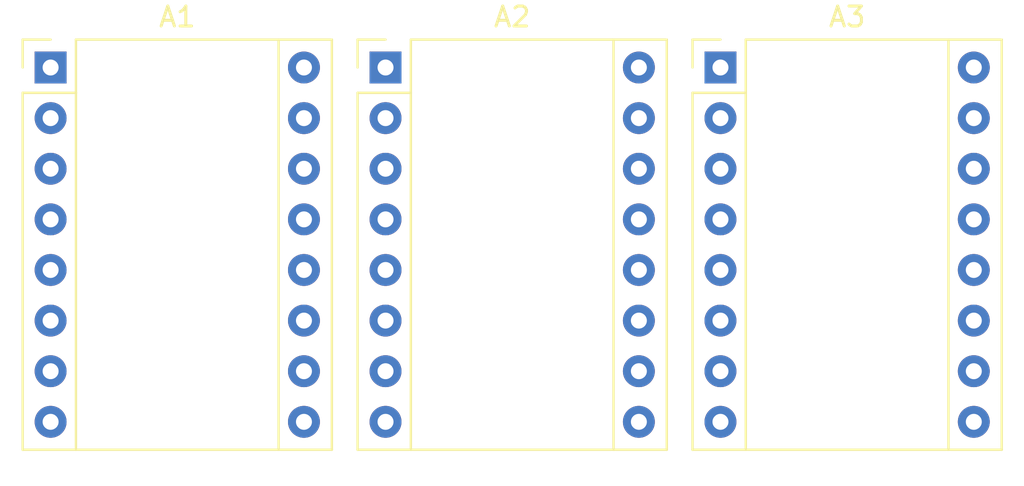
<source format=kicad_pcb>
(kicad_pcb (version 20221018) (generator pcbnew)
  (layers (0 "F.Cu" signal) (31 "B.Cu" signal) (34 "B.Paste" user) (35 "F.Paste" user) (36 "B.SilkS" user "B.Silkscreen") (37 "F.SilkS" user "F.Silkscreen") (38 "B.Mask" user) (39 "F.Mask" user) (44 "Edge.Cuts" user))
  (net 0 "")
  (net 1 "GND")
  (net 2 "+3.3V")
  (net 3 "Net-(A1-1B)")
  (net 4 "Net-(A1-1A)")
  (net 5 "Net-(A1-2A)")
  (net 6 "Net-(A1-2B)")
  (net 7 "+24V")
  (net 8 "Net-(A1-MS1)")
  (net 9 "Net-(A1-MS2)")
  (net 10 "Net-(A1-MS3)")
  (net 11 "/X_STEP")
  (net 12 "/X_DIR")
  (net 13 "Net-(A2-1B)")
  (net 14 "Net-(A2-1A)")
  (net 15 "Net-(A2-2A)")
  (net 16 "Net-(A2-2B)")
  (net 17 "Net-(A2-MS1)")
  (net 18 "Net-(A2-MS2)")
  (net 19 "Net-(A2-MS3)")
  (net 20 "/Y_STEP")
  (net 21 "/Y_DIR")
  (net 22 "Net-(A3-1B)")
  (net 23 "Net-(A3-1A)")
  (net 24 "Net-(A3-2A)")
  (net 25 "Net-(A3-2B)")
  (net 26 "Net-(A3-MS1)")
  (net 27 "Net-(A3-MS2)")
  (net 28 "Net-(A3-MS3)")
  (net 29 "/Z_STEP")
  (net 30 "/Z_DIR")
  (footprint "Module:Pololu_Breakout-16_15.2x20.3mm" (layer "F.Cu") (at 51.11 39.62)
    (fp_text reference "A2" (at 6.35 -2.54) (layer "F.SilkS"))
    (fp_text value "Pololu_Breakout_A4988")
    (fp_line (start -1.4 -1.4) (end -1.4 0) (stroke (width 0.12)) (layer "F.SilkS"))
    (fp_line (start -1.4 1.27) (end -1.4 19.18) (stroke (width 0.12)) (layer "F.SilkS"))
    (fp_line (start -1.4 19.18) (end 14.1 19.18) (stroke (width 0.12)) (layer "F.SilkS"))
    (fp_line (start 0 -1.4) (end -1.4 -1.4) (stroke (width 0.12)) (layer "F.SilkS"))
    (fp_line (start 1.27 -1.4) (end 1.27 1.27) (stroke (width 0.12)) (layer "F.SilkS"))
    (fp_line (start 1.27 1.27) (end -1.4 1.27) (stroke (width 0.12)) (layer "F.SilkS"))
    (fp_line (start 1.27 1.27) (end 1.27 19.18) (stroke (width 0.12)) (layer "F.SilkS"))
    (fp_line (start 11.43 -1.4) (end 11.43 19.18) (stroke (width 0.12)) (layer "F.SilkS"))
    (fp_line (start 14.1 -1.4) (end 1.27 -1.4) (stroke (width 0.12)) (layer "F.SilkS"))
    (fp_line (start 14.1 19.18) (end 14.1 -1.4) (stroke (width 0.12)) (layer "F.SilkS"))
    (pad "1" thru_hole rect (at 0 0) (size 1.6 1.6) (drill 0.8) (layers "*.Cu" "*.Mask") (net 1 "GND"))
    (pad "2" thru_hole oval (at 0 2.54) (size 1.6 1.6) (drill 0.8) (layers "*.Cu" "*.Mask") (net 2 "+3.3V"))
    (pad "3" thru_hole oval (at 0 5.08) (size 1.6 1.6) (drill 0.8) (layers "*.Cu" "*.Mask") (net 13 "Net-(A2-1B)"))
    (pad "4" thru_hole oval (at 0 7.62) (size 1.6 1.6) (drill 0.8) (layers "*.Cu" "*.Mask") (net 14 "Net-(A2-1A)"))
    (pad "5" thru_hole oval (at 0 10.16) (size 1.6 1.6) (drill 0.8) (layers "*.Cu" "*.Mask") (net 15 "Net-(A2-2A)"))
    (pad "6" thru_hole oval (at 0 12.7) (size 1.6 1.6) (drill 0.8) (layers "*.Cu" "*.Mask") (net 16 "Net-(A2-2B)"))
    (pad "7" thru_hole oval (at 0 15.24) (size 1.6 1.6) (drill 0.8) (layers "*.Cu" "*.Mask") (net 1 "GND"))
    (pad "8" thru_hole oval (at 0 17.78) (size 1.6 1.6) (drill 0.8) (layers "*.Cu" "*.Mask") (net 7 "+24V"))
    (pad "9" thru_hole oval (at 12.7 17.78) (size 1.6 1.6) (drill 0.8) (layers "*.Cu" "*.Mask") (net 2 "+3.3V"))
    (pad "10" thru_hole oval (at 12.7 15.24) (size 1.6 1.6) (drill 0.8) (layers "*.Cu" "*.Mask") (net 17 "Net-(A2-MS1)"))
    (pad "11" thru_hole oval (at 12.7 12.7) (size 1.6 1.6) (drill 0.8) (layers "*.Cu" "*.Mask") (net 18 "Net-(A2-MS2)"))
    (pad "12" thru_hole oval (at 12.7 10.16) (size 1.6 1.6) (drill 0.8) (layers "*.Cu" "*.Mask") (net 19 "Net-(A2-MS3)"))
    (pad "13" thru_hole oval (at 12.7 7.62) (size 1.6 1.6) (drill 0.8) (layers "*.Cu" "*.Mask") (net 2 "+3.3V"))
    (pad "14" thru_hole oval (at 12.7 5.08) (size 1.6 1.6) (drill 0.8) (layers "*.Cu" "*.Mask") (net 2 "+3.3V"))
    (pad "15" thru_hole oval (at 12.7 2.54) (size 1.6 1.6) (drill 0.8) (layers "*.Cu" "*.Mask") (net 20 "/Y_STEP"))
    (pad "16" thru_hole oval (at 12.7 0) (size 1.6 1.6) (drill 0.8) (layers "*.Cu" "*.Mask") (net 21 "/Y_DIR"))
  )
  (footprint "Module:Pololu_Breakout-16_15.2x20.3mm" (layer "F.Cu") (at 67.9 39.62)
    (fp_text reference "A3" (at 6.35 -2.54) (layer "F.SilkS"))
    (fp_text value "Pololu_Breakout_A4988")
    (fp_line (start -1.4 -1.4) (end -1.4 0) (stroke (width 0.12)) (layer "F.SilkS"))
    (fp_line (start -1.4 1.27) (end -1.4 19.18) (stroke (width 0.12)) (layer "F.SilkS"))
    (fp_line (start -1.4 19.18) (end 14.1 19.18) (stroke (width 0.12)) (layer "F.SilkS"))
    (fp_line (start 0 -1.4) (end -1.4 -1.4) (stroke (width 0.12)) (layer "F.SilkS"))
    (fp_line (start 1.27 -1.4) (end 1.27 1.27) (stroke (width 0.12)) (layer "F.SilkS"))
    (fp_line (start 1.27 1.27) (end -1.4 1.27) (stroke (width 0.12)) (layer "F.SilkS"))
    (fp_line (start 1.27 1.27) (end 1.27 19.18) (stroke (width 0.12)) (layer "F.SilkS"))
    (fp_line (start 11.43 -1.4) (end 11.43 19.18) (stroke (width 0.12)) (layer "F.SilkS"))
    (fp_line (start 14.1 -1.4) (end 1.27 -1.4) (stroke (width 0.12)) (layer "F.SilkS"))
    (fp_line (start 14.1 19.18) (end 14.1 -1.4) (stroke (width 0.12)) (layer "F.SilkS"))
    (pad "1" thru_hole rect (at 0 0) (size 1.6 1.6) (drill 0.8) (layers "*.Cu" "*.Mask") (net 1 "GND"))
    (pad "2" thru_hole oval (at 0 2.54) (size 1.6 1.6) (drill 0.8) (layers "*.Cu" "*.Mask") (net 2 "+3.3V"))
    (pad "3" thru_hole oval (at 0 5.08) (size 1.6 1.6) (drill 0.8) (layers "*.Cu" "*.Mask") (net 22 "Net-(A3-1B)"))
    (pad "4" thru_hole oval (at 0 7.62) (size 1.6 1.6) (drill 0.8) (layers "*.Cu" "*.Mask") (net 23 "Net-(A3-1A)"))
    (pad "5" thru_hole oval (at 0 10.16) (size 1.6 1.6) (drill 0.8) (layers "*.Cu" "*.Mask") (net 24 "Net-(A3-2A)"))
    (pad "6" thru_hole oval (at 0 12.7) (size 1.6 1.6) (drill 0.8) (layers "*.Cu" "*.Mask") (net 25 "Net-(A3-2B)"))
    (pad "7" thru_hole oval (at 0 15.24) (size 1.6 1.6) (drill 0.8) (layers "*.Cu" "*.Mask") (net 1 "GND"))
    (pad "8" thru_hole oval (at 0 17.78) (size 1.6 1.6) (drill 0.8) (layers "*.Cu" "*.Mask") (net 7 "+24V"))
    (pad "9" thru_hole oval (at 12.7 17.78) (size 1.6 1.6) (drill 0.8) (layers "*.Cu" "*.Mask") (net 2 "+3.3V"))
    (pad "10" thru_hole oval (at 12.7 15.24) (size 1.6 1.6) (drill 0.8) (layers "*.Cu" "*.Mask") (net 26 "Net-(A3-MS1)"))
    (pad "11" thru_hole oval (at 12.7 12.7) (size 1.6 1.6) (drill 0.8) (layers "*.Cu" "*.Mask") (net 27 "Net-(A3-MS2)"))
    (pad "12" thru_hole oval (at 12.7 10.16) (size 1.6 1.6) (drill 0.8) (layers "*.Cu" "*.Mask") (net 28 "Net-(A3-MS3)"))
    (pad "13" thru_hole oval (at 12.7 7.62) (size 1.6 1.6) (drill 0.8) (layers "*.Cu" "*.Mask") (net 2 "+3.3V"))
    (pad "14" thru_hole oval (at 12.7 5.08) (size 1.6 1.6) (drill 0.8) (layers "*.Cu" "*.Mask") (net 2 "+3.3V"))
    (pad "15" thru_hole oval (at 12.7 2.54) (size 1.6 1.6) (drill 0.8) (layers "*.Cu" "*.Mask") (net 29 "/Z_STEP"))
    (pad "16" thru_hole oval (at 12.7 0) (size 1.6 1.6) (drill 0.8) (layers "*.Cu" "*.Mask") (net 30 "/Z_DIR"))
  )
  (footprint "Module:Pololu_Breakout-16_15.2x20.3mm" (layer "F.Cu") (at 34.32 39.62)
    (fp_text reference "A1" (at 6.35 -2.54) (layer "F.SilkS"))
    (fp_text value "Pololu_Breakout_A4988")
    (fp_line (start -1.4 -1.4) (end -1.4 0) (stroke (width 0.12)) (layer "F.SilkS"))
    (fp_line (start -1.4 1.27) (end -1.4 19.18) (stroke (width 0.12)) (layer "F.SilkS"))
    (fp_line (start -1.4 19.18) (end 14.1 19.18) (stroke (width 0.12)) (layer "F.SilkS"))
    (fp_line (start 0 -1.4) (end -1.4 -1.4) (stroke (width 0.12)) (layer "F.SilkS"))
    (fp_line (start 1.27 -1.4) (end 1.27 1.27) (stroke (width 0.12)) (layer "F.SilkS"))
    (fp_line (start 1.27 1.27) (end -1.4 1.27) (stroke (width 0.12)) (layer "F.SilkS"))
    (fp_line (start 1.27 1.27) (end 1.27 19.18) (stroke (width 0.12)) (layer "F.SilkS"))
    (fp_line (start 11.43 -1.4) (end 11.43 19.18) (stroke (width 0.12)) (layer "F.SilkS"))
    (fp_line (start 14.1 -1.4) (end 1.27 -1.4) (stroke (width 0.12)) (layer "F.SilkS"))
    (fp_line (start 14.1 19.18) (end 14.1 -1.4) (stroke (width 0.12)) (layer "F.SilkS"))
    (pad "1" thru_hole rect (at 0 0) (size 1.6 1.6) (drill 0.8) (layers "*.Cu" "*.Mask") (net 1 "GND"))
    (pad "2" thru_hole oval (at 0 2.54) (size 1.6 1.6) (drill 0.8) (layers "*.Cu" "*.Mask") (net 2 "+3.3V"))
    (pad "3" thru_hole oval (at 0 5.08) (size 1.6 1.6) (drill 0.8) (layers "*.Cu" "*.Mask") (net 3 "Net-(A1-1B)"))
    (pad "4" thru_hole oval (at 0 7.62) (size 1.6 1.6) (drill 0.8) (layers "*.Cu" "*.Mask") (net 4 "Net-(A1-1A)"))
    (pad "5" thru_hole oval (at 0 10.16) (size 1.6 1.6) (drill 0.8) (layers "*.Cu" "*.Mask") (net 5 "Net-(A1-2A)"))
    (pad "6" thru_hole oval (at 0 12.7) (size 1.6 1.6) (drill 0.8) (layers "*.Cu" "*.Mask") (net 6 "Net-(A1-2B)"))
    (pad "7" thru_hole oval (at 0 15.24) (size 1.6 1.6) (drill 0.8) (layers "*.Cu" "*.Mask") (net 1 "GND"))
    (pad "8" thru_hole oval (at 0 17.78) (size 1.6 1.6) (drill 0.8) (layers "*.Cu" "*.Mask") (net 7 "+24V"))
    (pad "9" thru_hole oval (at 12.7 17.78) (size 1.6 1.6) (drill 0.8) (layers "*.Cu" "*.Mask") (net 2 "+3.3V"))
    (pad "10" thru_hole oval (at 12.7 15.24) (size 1.6 1.6) (drill 0.8) (layers "*.Cu" "*.Mask") (net 8 "Net-(A1-MS1)"))
    (pad "11" thru_hole oval (at 12.7 12.7) (size 1.6 1.6) (drill 0.8) (layers "*.Cu" "*.Mask") (net 9 "Net-(A1-MS2)"))
    (pad "12" thru_hole oval (at 12.7 10.16) (size 1.6 1.6) (drill 0.8) (layers "*.Cu" "*.Mask") (net 10 "Net-(A1-MS3)"))
    (pad "13" thru_hole oval (at 12.7 7.62) (size 1.6 1.6) (drill 0.8) (layers "*.Cu" "*.Mask") (net 2 "+3.3V"))
    (pad "14" thru_hole oval (at 12.7 5.08) (size 1.6 1.6) (drill 0.8) (layers "*.Cu" "*.Mask") (net 2 "+3.3V"))
    (pad "15" thru_hole oval (at 12.7 2.54) (size 1.6 1.6) (drill 0.8) (layers "*.Cu" "*.Mask") (net 11 "/X_STEP"))
    (pad "16" thru_hole oval (at 12.7 0) (size 1.6 1.6) (drill 0.8) (layers "*.Cu" "*.Mask") (net 12 "/X_DIR"))
  )
)
</source>
